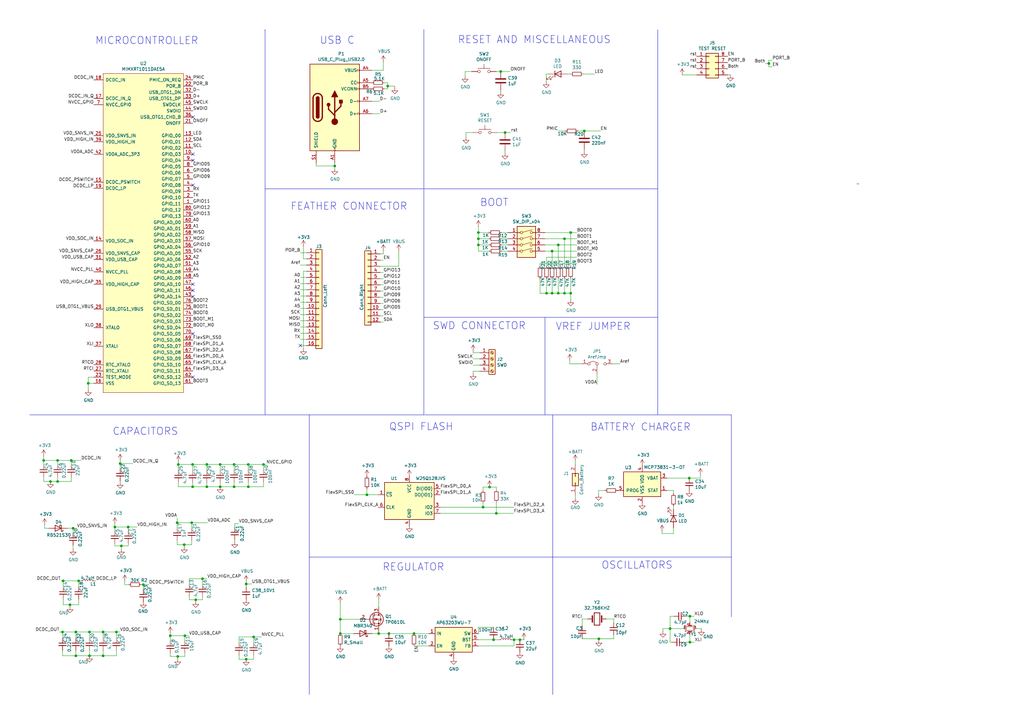
<source format=kicad_sch>
(kicad_sch (version 20230121) (generator eeschema)
  (paper "A3")
  (title_block (title "Bast M7") (date "2020-03-22") (rev "0.1") (company "Electronic Cats") (comment 4 "Andres Sabas"))
  (junction (at 139.573 259.842))
  (junction (at 78.994 199.644))
  (junction (at 228.981 100.457))
  (junction (at 228.981 120.269))
  (junction (at 72.898 269.24))
  (junction (at 207.137 54.356))
  (junction (at 226.441 120.269))
  (junction (at 47.752 259.207))
  (junction (at 139.573 254))
  (junction (at 83.058 237.363))
  (junction (at 96.012 199.644))
  (junction (at 169.799 259.842))
  (junction (at 101.854 190.5))
  (junction (at 31.115 259.207))
  (junction (at 231.521 97.917))
  (junction (at 42.291 268.986))
  (junction (at 137.287 68.072))
  (junction (at 213.233 262.382))
  (junction (at 75.565 223.393))
  (junction (at 28.702 248.031))
  (junction (at 23.622 197.485))
  (junction (at 36.703 268.986))
  (junction (at 196.215 100.457))
  (junction (at 282.956 263.398))
  (junction (at 108.077 190.5))
  (junction (at 196.215 97.917))
  (junction (at 203.581 210.566))
  (junction (at 29.21 188.849))
  (junction (at 36.195 157.226))
  (junction (at 101.854 199.644))
  (junction (at 73.152 190.5))
  (junction (at 47.117 216.154))
  (junction (at 315.341 26.035))
  (junction (at 49.784 223.901))
  (junction (at 231.521 120.269))
  (junction (at 200.787 199.771))
  (junction (at 226.441 102.997))
  (junction (at 198.12 208.026))
  (junction (at 104.013 261.239))
  (junction (at 36.703 259.207))
  (junction (at 29.972 216.662))
  (junction (at 159.004 35.306))
  (junction (at 58.801 239.776))
  (junction (at 205.359 29.337))
  (junction (at 150.495 202.946))
  (junction (at 196.215 95.377))
  (junction (at 239.649 53.721))
  (junction (at 31.115 268.986))
  (junction (at 78.613 214.376))
  (junction (at 52.578 216.154))
  (junction (at 49.276 190.119))
  (junction (at 210.82 262.382))
  (junction (at 155.321 259.842))
  (junction (at 25.654 259.207))
  (junction (at 224.155 120.269))
  (junction (at 69.85 260.731))
  (junction (at 96.012 190.5))
  (junction (at 80.264 245.999))
  (junction (at 234.061 95.377))
  (junction (at 20.701 197.485))
  (junction (at 282.702 196.088))
  (junction (at 78.994 190.5))
  (junction (at 159.512 259.842))
  (junction (at 84.836 190.5))
  (junction (at 17.907 188.849))
  (junction (at 202.438 262.382))
  (junction (at 234.061 120.269))
  (junction (at 32.258 238.252))
  (junction (at 84.836 199.644))
  (junction (at 90.297 190.5))
  (junction (at 75.819 260.731))
  (junction (at 100.965 270.383))
  (junction (at 23.622 188.849))
  (junction (at 100.965 239.522))
  (junction (at 42.291 259.207))
  (junction (at 25.908 238.252))
  (junction (at 90.297 199.644))
  (junction (at 282.956 252.73))
  (junction (at 274.828 257.81))
  (junction (at 72.644 214.376))
  (junction (at 245.618 262.001))
  (no_connect (at 79.121 75.946))
  (no_connect (at 79.121 63.246))
  (no_connect (at 79.121 119.126))
  (no_connect (at 123.19 141.732))
  (no_connect (at 79.121 48.006))
  (no_connect (at 79.121 116.586))
  (no_connect (at 79.121 65.786))
  (no_connect (at 79.121 136.906))
  (no_connect (at 79.121 154.686))
  (no_connect (at 79.121 121.666))
  (wire (pts (xy 56.261 216.154) (xy 52.578 216.154)))
  (wire (pts (xy 228.981 114.3) (xy 228.981 120.269)))
  (wire (pts (xy 226.441 109.22) (xy 226.441 102.997)))
  (polyline (pts (xy 12.192 170.18) (xy 126.873 170.18)))
  (wire (pts (xy 69.85 259.715) (xy 69.85 260.731)))
  (wire (pts (xy 29.972 216.662) (xy 29.972 218.567)))
  (wire (pts (xy 287.274 196.088) (xy 287.274 194.691)))
  (polyline (pts (xy 174.117 170.18) (xy 299.974 170.18)))
  (wire (pts (xy 125.73 103.632) (xy 123.19 103.632)))
  (wire (pts (xy 276.225 201.168) (xy 276.225 202.438)))
  (wire (pts (xy 271.907 257.81) (xy 274.828 257.81)))
  (wire (pts (xy 196.215 97.917) (xy 196.215 100.457)))
  (polyline (pts (xy 173.863 170.18) (xy 173.863 77.724)))
  (wire (pts (xy 313.944 26.035) (xy 315.341 26.035)))
  (wire (pts (xy 225.044 30.353) (xy 224.028 30.353)))
  (wire (pts (xy 161.925 35.306) (xy 159.004 35.306)))
  (wire (pts (xy 198.12 208.026) (xy 210.693 208.026)))
  (wire (pts (xy 25.654 261.747) (xy 25.654 259.207)))
  (wire (pts (xy 155.321 248.92) (xy 155.321 245.872)))
  (wire (pts (xy 194.056 149.733) (xy 196.723 149.733)))
  (wire (pts (xy 150.495 200.406) (xy 150.495 202.946)))
  (wire (pts (xy 150.495 202.946) (xy 145.288 202.946)))
  (wire (pts (xy 125.73 106.172) (xy 124.46 106.172)))
  (wire (pts (xy 25.654 259.207) (xy 31.115 259.207)))
  (wire (pts (xy 244.856 153.035) (xy 244.856 157.734)))
  (wire (pts (xy 23.622 190.627) (xy 23.622 188.849)))
  (wire (pts (xy 73.152 199.644) (xy 78.994 199.644)))
  (wire (pts (xy 235.966 190.373) (xy 235.966 189.103)))
  (wire (pts (xy 78.994 192.913) (xy 78.994 190.5)))
  (wire (pts (xy 38.481 157.226) (xy 36.195 157.226)))
  (wire (pts (xy 125.73 139.192) (xy 123.19 139.192)))
  (wire (pts (xy 196.215 100.457) (xy 196.215 102.997)))
  (wire (pts (xy 155.321 259.842) (xy 155.321 259.08)))
  (wire (pts (xy 155.956 116.84) (xy 157.226 116.84)))
  (wire (pts (xy 245.618 262.001) (xy 251.714 262.001)))
  (wire (pts (xy 103.251 239.522) (xy 100.965 239.522)))
  (wire (pts (xy 83.058 237.363) (xy 83.058 239.649)))
  (wire (pts (xy 274.828 257.81) (xy 274.828 263.398)))
  (wire (pts (xy 101.854 190.5) (xy 101.854 192.786)))
  (wire (pts (xy 200.533 95.377) (xy 196.215 95.377)))
  (wire (pts (xy 42.291 266.827) (xy 42.291 268.986)))
  (wire (pts (xy 194.056 152.273) (xy 194.056 153.162)))
  (wire (pts (xy 42.291 259.207) (xy 47.752 259.207)))
  (wire (pts (xy 104.013 270.383) (xy 104.013 268.732)))
  (wire (pts (xy 282.956 263.398) (xy 282.956 260.35)))
  (wire (pts (xy 32.258 238.252) (xy 33.401 238.252)))
  (wire (pts (xy 51.181 238.379) (xy 51.181 239.776)))
  (polyline (pts (xy 126.873 228.473) (xy 299.974 228.473)))
  (wire (pts (xy 83.058 245.999) (xy 83.058 244.729)))
  (wire (pts (xy 203.581 199.771) (xy 203.581 200.914)))
  (wire (pts (xy 47.117 223.901) (xy 47.117 222.885)))
  (wire (pts (xy 315.341 26.035) (xy 315.341 24.765)))
  (wire (pts (xy 159.004 36.449) (xy 157.607 36.449)))
  (wire (pts (xy 251.714 253.873) (xy 251.714 255.397)))
  (wire (pts (xy 29.972 216.662) (xy 27.686 216.662)))
  (wire (pts (xy 152.527 28.829) (xy 157.226 28.829)))
  (wire (pts (xy 90.297 197.993) (xy 90.297 199.644)))
  (wire (pts (xy 208.28 102.997) (xy 205.74 102.997)))
  (wire (pts (xy 25.654 259.207) (xy 24.384 259.207)))
  (wire (pts (xy 101.854 199.644) (xy 108.077 199.644)))
  (wire (pts (xy 198.12 206.248) (xy 198.12 208.026)))
  (wire (pts (xy 282.956 255.27) (xy 282.956 252.73)))
  (wire (pts (xy 78.994 190.5) (xy 73.152 190.5)))
  (polyline (pts (xy 223.52 130.175) (xy 223.52 170.18)))
  (wire (pts (xy 104.013 261.239) (xy 107.188 261.239)))
  (wire (pts (xy 96.012 190.5) (xy 101.854 190.5)))
  (wire (pts (xy 29.972 225.171) (xy 29.972 223.647)))
  (wire (pts (xy 190.754 29.337) (xy 190.754 31.242)))
  (wire (pts (xy 31.115 266.827) (xy 31.115 268.986)))
  (wire (pts (xy 47.117 216.154) (xy 47.117 214.884)))
  (wire (pts (xy 194.056 144.653) (xy 196.723 144.653)))
  (wire (pts (xy 72.644 214.376) (xy 78.613 214.376)))
  (wire (pts (xy 274.828 252.73) (xy 276.352 252.73)))
  (wire (pts (xy 155.956 129.54) (xy 157.226 129.54)))
  (wire (pts (xy 124.46 111.252) (xy 124.46 143.002)))
  (wire (pts (xy 47.752 259.207) (xy 47.752 261.747)))
  (wire (pts (xy 69.85 262.89) (xy 69.85 260.731)))
  (wire (pts (xy 200.66 102.997) (xy 196.215 102.997)))
  (wire (pts (xy 36.195 157.226) (xy 36.195 159.766)))
  (wire (pts (xy 47.117 216.154) (xy 47.117 217.805)))
  (wire (pts (xy 69.85 267.97) (xy 69.85 269.24)))
  (wire (pts (xy 175.895 259.842) (xy 169.799 259.842)))
  (wire (pts (xy 209.931 262.382) (xy 210.82 262.382)))
  (wire (pts (xy 137.287 68.072) (xy 129.667 68.072)))
  (wire (pts (xy 49.276 188.849) (xy 49.276 190.119)))
  (wire (pts (xy 169.799 259.842) (xy 159.512 259.842)))
  (wire (pts (xy 228.981 100.457) (xy 228.981 109.22)))
  (wire (pts (xy 155.956 127) (xy 157.226 127)))
  (wire (pts (xy 75.565 223.393) (xy 75.565 224.282)))
  (wire (pts (xy 239.649 53.721) (xy 246.253 53.721)))
  (wire (pts (xy 72.898 269.24) (xy 72.898 270.256)))
  (wire (pts (xy 125.73 118.872) (xy 123.19 118.872)))
  (wire (pts (xy 298.45 30.734) (xy 299.593 30.734)))
  (wire (pts (xy 282.956 263.398) (xy 284.861 263.398)))
  (wire (pts (xy 17.907 188.849) (xy 17.907 187.071)))
  (wire (pts (xy 28.702 248.031) (xy 28.702 248.793)))
  (wire (pts (xy 315.341 24.765) (xy 316.738 24.765)))
  (wire (pts (xy 228.981 100.457) (xy 236.601 100.457)))
  (wire (pts (xy 80.264 245.999) (xy 83.058 245.999)))
  (wire (pts (xy 75.819 260.731) (xy 75.819 262.763)))
  (wire (pts (xy 161.925 35.941) (xy 161.925 35.306)))
  (wire (pts (xy 180.594 208.026) (xy 198.12 208.026)))
  (wire (pts (xy 78.613 216.535) (xy 78.613 214.376)))
  (wire (pts (xy 80.264 246.634) (xy 80.264 245.999)))
  (wire (pts (xy 73.152 190.5) (xy 73.152 192.913)))
  (wire (pts (xy 98.044 270.383) (xy 100.965 270.383)))
  (polyline (pts (xy 127 170.18) (xy 173.863 170.18)))
  (wire (pts (xy 36.703 266.827) (xy 36.703 268.986)))
  (wire (pts (xy 159.004 35.306) (xy 159.004 36.449)))
  (wire (pts (xy 157.607 33.909) (xy 159.004 33.909)))
  (wire (pts (xy 159.512 259.842) (xy 155.321 259.842)))
  (wire (pts (xy 235.966 203.073) (xy 235.966 204.343)))
  (wire (pts (xy 78.613 214.376) (xy 85.09 214.376)))
  (wire (pts (xy 193.421 29.337) (xy 190.754 29.337)))
  (wire (pts (xy 100.965 238.633) (xy 100.965 239.522)))
  (wire (pts (xy 315.341 27.432) (xy 316.738 27.432)))
  (wire (pts (xy 231.521 109.093) (xy 231.521 97.917)))
  (wire (pts (xy 129.667 68.072) (xy 129.667 66.929)))
  (wire (pts (xy 223.52 97.917) (xy 231.521 97.917)))
  (wire (pts (xy 29.21 190.627) (xy 29.21 188.849)))
  (wire (pts (xy 248.158 201.168) (xy 245.491 201.168)))
  (wire (pts (xy 69.85 269.24) (xy 72.898 269.24)))
  (wire (pts (xy 58.801 239.776) (xy 58.801 241.808)))
  (polyline (pts (xy 126.873 170.18) (xy 126.873 284.861)))
  (wire (pts (xy 209.296 29.337) (xy 205.359 29.337)))
  (wire (pts (xy 125.73 131.572) (xy 123.19 131.572)))
  (wire (pts (xy 276.225 216.535) (xy 276.225 218.821)))
  (wire (pts (xy 245.618 262.001) (xy 245.618 262.509)))
  (wire (pts (xy 274.828 252.73) (xy 274.828 257.81)))
  (wire (pts (xy 49.784 223.901) (xy 52.578 223.901)))
  (wire (pts (xy 239.141 30.353) (xy 243.84 30.353)))
  (wire (pts (xy 124.46 101.092) (xy 124.46 106.172)))
  (wire (pts (xy 273.558 201.168) (xy 276.225 201.168)))
  (wire (pts (xy 251.714 262.001) (xy 251.714 260.477)))
  (wire (pts (xy 203.581 205.994) (xy 203.581 210.566)))
  (wire (pts (xy 224.155 120.269) (xy 226.441 120.269)))
  (wire (pts (xy 155.956 106.68) (xy 157.226 106.68)))
  (wire (pts (xy 52.578 216.154) (xy 52.578 217.805)))
  (wire (pts (xy 97.917 214.757) (xy 96.266 214.757)))
  (wire (pts (xy 228.854 53.721) (xy 231.902 53.721)))
  (wire (pts (xy 101.854 190.5) (xy 108.077 190.5)))
  (wire (pts (xy 234.061 109.093) (xy 234.061 95.377)))
  (wire (pts (xy 208.28 97.917) (xy 205.613 97.917)))
  (wire (pts (xy 274.828 257.81) (xy 280.416 257.81)))
  (wire (pts (xy 200.533 97.917) (xy 196.215 97.917)))
  (wire (pts (xy 84.836 190.5) (xy 84.836 192.913)))
  (wire (pts (xy 32.258 238.252) (xy 32.258 240.665)))
  (wire (pts (xy 72.644 223.393) (xy 75.565 223.393)))
  (wire (pts (xy 155.956 111.76) (xy 157.226 111.76)))
  (polyline (pts (xy 108.712 170.18) (xy 108.712 12.319)))
  (wire (pts (xy 231.521 120.269) (xy 234.061 120.269)))
  (wire (pts (xy 285.75 30.734) (xy 279.781 30.734)))
  (wire (pts (xy 49.276 190.119) (xy 49.276 192.151)))
  (wire (pts (xy 224.155 105.537) (xy 224.155 109.22)))
  (wire (pts (xy 96.012 190.5) (xy 96.012 192.786)))
  (wire (pts (xy 25.654 268.986) (xy 25.654 266.827)))
  (wire (pts (xy 203.581 210.566) (xy 210.693 210.566)))
  (wire (pts (xy 203.962 54.356) (xy 207.137 54.356)))
  (wire (pts (xy 157.226 104.14) (xy 157.226 102.87)))
  (wire (pts (xy 25.908 240.665) (xy 25.908 238.252)))
  (wire (pts (xy 194.056 144.653) (xy 194.056 144.018)))
  (wire (pts (xy 207.137 62.738) (xy 207.137 61.976)))
  (wire (pts (xy 280.67 263.398) (xy 282.956 263.398)))
  (wire (pts (xy 36.703 261.747) (xy 36.703 259.207)))
  (wire (pts (xy 49.149 259.207) (xy 47.752 259.207)))
  (wire (pts (xy 108.077 190.5) (xy 108.077 192.659)))
  (polyline (pts (xy 269.748 12.192) (xy 269.748 170.053)))
  (polyline (pts (xy 299.974 170.18) (xy 299.974 252.984)))
  (wire (pts (xy 90.297 190.5) (xy 90.297 192.913)))
  (wire (pts (xy 125.73 113.792) (xy 123.19 113.792)))
  (wire (pts (xy 196.215 95.377) (xy 196.215 92.964)))
  (wire (pts (xy 75.565 223.393) (xy 78.613 223.393)))
  (wire (pts (xy 155.956 124.46) (xy 157.226 124.46)))
  (wire (pts (xy 238.76 262.001) (xy 245.618 262.001)))
  (wire (pts (xy 196.215 95.377) (xy 196.215 97.917)))
  (wire (pts (xy 152.527 41.529) (xy 155.702 41.529)))
  (wire (pts (xy 78.994 199.644) (xy 84.836 199.644)))
  (wire (pts (xy 152.527 46.609) (xy 155.829 46.609)))
  (wire (pts (xy 125.73 111.252) (xy 124.46 111.252)))
  (polyline (pts (xy 108.712 77.47) (xy 269.748 77.47)))
  (wire (pts (xy 17.907 190.627) (xy 17.907 188.849)))
  (wire (pts (xy 155.956 121.92) (xy 157.226 121.92)))
  (wire (pts (xy 125.73 126.492) (xy 123.19 126.492)))
  (wire (pts (xy 271.907 257.81) (xy 271.907 258.826)))
  (wire (pts (xy 31.115 261.747) (xy 31.115 259.207)))
  (wire (pts (xy 47.117 223.901) (xy 49.784 223.901)))
  (wire (pts (xy 273.558 196.088) (xy 282.702 196.088)))
  (wire (pts (xy 213.233 262.382) (xy 214.884 262.382)))
  (wire (pts (xy 73.152 197.993) (xy 73.152 199.644)))
  (wire (pts (xy 155.956 114.3) (xy 157.226 114.3)))
  (wire (pts (xy 73.152 189.484) (xy 73.152 190.5)))
  (wire (pts (xy 221.488 108.077) (xy 221.488 109.22)))
  (wire (pts (xy 18.288 215.265) (xy 18.288 216.662)))
  (wire (pts (xy 90.297 199.644) (xy 96.012 199.644)))
  (wire (pts (xy 47.752 268.986) (xy 47.752 266.827)))
  (wire (pts (xy 238.506 149.225) (xy 233.68 149.225)))
  (wire (pts (xy 23.622 188.849) (xy 29.21 188.849)))
  (wire (pts (xy 208.28 95.377) (xy 205.613 95.377)))
  (wire (pts (xy 20.701 197.485) (xy 23.622 197.485)))
  (wire (pts (xy 57.912 239.776) (xy 58.801 239.776)))
  (wire (pts (xy 49.784 223.901) (xy 49.784 225.171)))
  (wire (pts (xy 100.965 270.383) (xy 104.013 270.383)))
  (wire (pts (xy 77.47 260.731) (xy 75.819 260.731)))
  (wire (pts (xy 210.82 262.382) (xy 213.233 262.382)))
  (wire (pts (xy 84.963 237.363) (xy 83.058 237.363)))
  (wire (pts (xy 39.37 238.252) (xy 38.481 238.252)))
  (wire (pts (xy 96.266 214.757) (xy 96.266 216.281)))
  (wire (pts (xy 125.73 141.732) (xy 123.19 141.732)))
  (wire (pts (xy 25.908 245.745) (xy 25.908 248.031)))
  (wire (pts (xy 108.077 199.644) (xy 108.077 197.739)))
  (wire (pts (xy 51.181 239.776) (xy 52.832 239.776)))
  (wire (pts (xy 139.573 254) (xy 139.573 247.269)))
  (wire (pts (xy 285.496 257.81) (xy 287.655 257.81)))
  (wire (pts (xy 224.155 114.3) (xy 224.155 120.269)))
  (wire (pts (xy 72.644 214.376) (xy 72.644 216.535)))
  (wire (pts (xy 231.521 97.917) (xy 236.601 97.917)))
  (wire (pts (xy 100.965 239.522) (xy 100.965 240.792)))
  (wire (pts (xy 98.044 263.652) (xy 98.044 261.239)))
  (wire (pts (xy 233.68 149.225) (xy 233.68 147.828)))
  (polyline (pts (xy 173.863 77.47) (xy 173.863 12.065)))
  (wire (pts (xy 72.898 269.24) (xy 75.819 269.24)))
  (wire (pts (xy 42.291 261.747) (xy 42.291 259.207)))
  (wire (pts (xy 198.12 201.168) (xy 198.12 199.771)))
  (wire (pts (xy 157.226 28.829) (xy 157.226 25.4)))
  (wire (pts (xy 77.597 245.999) (xy 80.264 245.999)))
  (wire (pts (xy 77.597 244.729) (xy 77.597 245.999)))
  (wire (pts (xy 139.573 259.842) (xy 139.573 254)))
  (wire (pts (xy 196.723 152.273) (xy 194.056 152.273)))
  (wire (pts (xy 223.52 100.457) (xy 228.981 100.457)))
  (polyline (pts (xy 108.712 12.319) (xy 108.458 12.319)))
  (wire (pts (xy 282.956 252.73) (xy 284.734 252.73)))
  (wire (pts (xy 238.76 253.873) (xy 238.76 256.667)))
  (wire (pts (xy 137.287 66.929) (xy 137.287 68.072)))
  (wire (pts (xy 78.613 223.393) (xy 78.613 221.615)))
  (wire (pts (xy 231.521 114.173) (xy 231.521 120.269)))
  (wire (pts (xy 98.044 261.239) (xy 104.013 261.239)))
  (wire (pts (xy 155.956 132.08) (xy 157.226 132.08)))
  (wire (pts (xy 147.701 254) (xy 139.573 254)))
  (wire (pts (xy 228.981 120.269) (xy 231.521 120.269)))
  (wire (pts (xy 196.215 264.922) (xy 210.82 264.922)))
  (wire (pts (xy 224.028 30.353) (xy 224.028 33.528)))
  (wire (pts (xy 84.836 197.993) (xy 84.836 199.644)))
  (wire (pts (xy 125.73 134.112) (xy 123.19 134.112)))
  (wire (pts (xy 25.908 238.252) (xy 32.258 238.252)))
  (wire (pts (xy 38.481 154.686) (xy 36.195 154.686)))
  (wire (pts (xy 125.73 129.032) (xy 123.19 129.032)))
  (wire (pts (xy 214.884 262.382) (xy 214.884 262.255)))
  (wire (pts (xy 31.115 259.207) (xy 36.703 259.207)))
  (wire (pts (xy 42.291 268.986) (xy 47.752 268.986)))
  (wire (pts (xy 52.578 223.901) (xy 52.578 222.885)))
  (wire (pts (xy 254.254 149.225) (xy 251.206 149.225)))
  (wire (pts (xy 282.702 196.088) (xy 287.274 196.088)))
  (wire (pts (xy 238.76 261.747) (xy 238.76 262.001)))
  (wire (pts (xy 75.819 269.24) (xy 75.819 267.843)))
  (wire (pts (xy 77.597 237.363) (xy 83.058 237.363)))
  (wire (pts (xy 36.195 154.686) (xy 36.195 157.226)))
  (wire (pts (xy 287.655 257.81) (xy 287.655 258.064)))
  (wire (pts (xy 29.21 197.485) (xy 29.21 195.707)))
  (wire (pts (xy 31.115 268.986) (xy 36.703 268.986)))
  (wire (pts (xy 159.004 33.909) (xy 159.004 35.306)))
  (wire (pts (xy 180.594 210.566) (xy 203.581 210.566)))
  (wire (pts (xy 104.013 261.239) (xy 104.013 263.652)))
  (wire (pts (xy 210.82 264.922) (xy 210.82 262.382)))
  (wire (pts (xy 221.488 114.3) (xy 221.488 120.269)))
  (wire (pts (xy 125.73 123.952) (xy 123.19 123.952)))
  (wire (pts (xy 198.12 199.771) (xy 200.787 199.771)))
  (wire (pts (xy 54.483 190.119) (xy 49.276 190.119)))
  (wire (pts (xy 205.74 100.457) (xy 208.28 100.457)))
  (wire (pts (xy 248.666 253.873) (xy 251.714 253.873)))
  (wire (pts (xy 17.907 188.849) (xy 23.622 188.849)))
  (wire (pts (xy 196.215 257.302) (xy 202.438 257.302)))
  (wire (pts (xy 36.703 268.986) (xy 42.291 268.986)))
  (wire (pts (xy 207.137 54.356) (xy 209.55 54.356)))
  (wire (pts (xy 155.956 109.22) (xy 163.576 109.22)))
  (wire (pts (xy 145.034 259.842) (xy 139.573 259.842)))
  (wire (pts (xy 239.649 62.103) (xy 239.649 61.341)))
  (wire (pts (xy 282.956 252.73) (xy 281.432 252.73)))
  (wire (pts (xy 98.044 268.732) (xy 98.044 270.383)))
  (polyline (pts (xy 352.298 75.438) (xy 351.409 75.438)))
  (wire (pts (xy 20.066 216.662) (xy 18.288 216.662)))
  (wire (pts (xy 203.581 29.337) (xy 205.359 29.337)))
  (wire (pts (xy 36.703 259.207) (xy 42.291 259.207)))
  (wire (pts (xy 169.799 264.922) (xy 175.895 264.922)))
  (wire (pts (xy 200.66 100.457) (xy 196.215 100.457)))
  (wire (pts (xy 29.972 216.662) (xy 31.496 216.662)))
  (wire (pts (xy 29.21 188.849) (xy 33.274 188.849)))
  (wire (pts (xy 193.802 54.356) (xy 191.135 54.356)))
  (wire (pts (xy 236.601 108.077) (xy 221.488 108.077)))
  (wire (pts (xy 32.258 248.031) (xy 32.258 245.745)))
  (polyline (pts (xy 226.695 170.18) (xy 226.695 284.861)))
  (wire (pts (xy 72.644 212.344) (xy 72.644 214.376)))
  (wire (pts (xy 155.956 119.38) (xy 157.226 119.38)))
  (wire (pts (xy 23.622 197.485) (xy 29.21 197.485)))
  (wire (pts (xy 77.597 237.363) (xy 77.597 239.649)))
  (wire (pts (xy 47.117 216.154) (xy 52.578 216.154)))
  (wire (pts (xy 101.854 197.866) (xy 101.854 199.644)))
  (wire (pts (xy 234.061 114.173) (xy 234.061 120.269)))
  (wire (pts (xy 223.52 95.377) (xy 234.061 95.377)))
  (wire (pts (xy 90.297 190.5) (xy 96.012 190.5)))
  (wire (pts (xy 125.73 136.652) (xy 123.19 136.652)))
  (polyline (pts (xy 173.863 130.175) (xy 269.748 130.175)))
  (wire (pts (xy 23.622 195.707) (xy 23.622 197.485)))
  (wire (pts (xy 276.225 218.821) (xy 271.526 218.821)))
  (wire (pts (xy 223.52 102.997) (xy 226.441 102.997)))
  (wire (pts (xy 196.215 262.382) (xy 202.438 262.382)))
  (wire (pts (xy 226.441 114.3) (xy 226.441 120.269)))
  (wire (pts (xy 28.702 248.031) (xy 32.258 248.031)))
  (polyline (pts (xy 133.731 407.924) (xy 133.35 407.924)))
  (wire (pts (xy 196.723 147.193) (xy 194.056 147.193)))
  (wire (pts (xy 72.644 221.615) (xy 72.644 223.393)))
  (wire (pts (xy 58.801 239.776) (xy 61.087 239.776)))
  (wire (pts (xy 202.438 262.382) (xy 204.851 262.382)))
  (wire (pts (xy 17.907 195.707) (xy 17.907 197.485)))
  (wire (pts (xy 137.287 68.072) (xy 137.287 69.088)))
  (wire (pts (xy 315.341 26.035) (xy 315.341 27.432)))
  (wire (pts (xy 25.908 238.252) (xy 24.892 238.252)))
  (wire (pts (xy 226.441 120.269) (xy 228.981 120.269)))
  (wire (pts (xy 125.73 108.712) (xy 123.19 108.712)))
  (wire (pts (xy 96.012 199.644) (xy 101.854 199.644)))
  (wire (pts (xy 69.85 260.731) (xy 75.819 260.731)))
  (wire (pts (xy 234.061 120.269) (xy 234.061 122.936)))
  (wire (pts (xy 163.576 102.87) (xy 163.576 109.22)))
  (wire (pts (xy 239.649 53.721) (xy 236.982 53.721)))
  (wire (pts (xy 96.266 221.361) (xy 96.266 222.123)))
  (wire (pts (xy 84.836 190.5) (xy 90.297 190.5)))
  (wire (pts (xy 78.994 197.993) (xy 78.994 199.644)))
  (wire (pts (xy 109.22 190.5) (xy 108.077 190.5)))
  (wire (pts (xy 234.061 95.377) (xy 236.601 95.377)))
  (wire (pts (xy 224.155 105.537) (xy 236.601 105.537)))
  (wire (pts (xy 155.321 259.842) (xy 152.654 259.842)))
  (wire (pts (xy 241.046 253.873) (xy 238.76 253.873)))
  (wire (pts (xy 226.441 102.997) (xy 236.601 102.997)))
  (wire (pts (xy 274.828 263.398) (xy 275.59 263.398)))
  (wire (pts (xy 221.488 120.269) (xy 224.155 120.269)))
  (wire (pts (xy 205.359 36.957) (xy 205.359 37.719)))
  (wire (pts (xy 155.956 104.14) (xy 157.226 104.14)))
  (wire (pts (xy 276.225 207.518) (xy 276.225 208.915)))
  (wire (pts (xy 49.276 197.739) (xy 49.276 197.231)))
  (wire (pts (xy 78.994 190.5) (xy 84.836 190.5)))
  (wire (pts (xy 25.908 248.031) (xy 28.702 248.031)))
  (wire (pts (xy 196.215 259.842) (xy 196.215 257.302)))
  (wire (pts (xy 84.836 199.644) (xy 90.297 199.644)))
  (wire (pts (xy 17.907 197.485) (xy 20.701 197.485)))
  (wire (pts (xy 96.012 197.866) (xy 96.012 199.644)))
  (wire (pts (xy 200.787 199.771) (xy 203.581 199.771)))
  (wire (pts (xy 125.73 116.332) (xy 123.19 116.332)))
  (wire (pts (xy 271.526 218.821) (xy 271.526 217.932)))
  (wire (pts (xy 25.654 268.986) (xy 31.115 268.986)))
  (wire (pts (xy 125.73 121.412) (xy 123.19 121.412)))
  (wire (pts (xy 234.061 30.353) (xy 232.664 30.353)))
  (wire (pts (xy 245.491 201.168) (xy 245.491 202.692)))
  (wire (pts (xy 191.135 54.356) (xy 191.135 56.261)))
  (wire (pts (xy 155.194 202.946) (xy 150.495 202.946)))
  (text "BOOT\n" (at 196.85 84.963 0) (effects (font (size 2.9972 2.9972)) (justify left bottom)))
  (text "FEATHER CONNECTOR" (at 119.126 86.487 0) (effects (font (size 2.9972 2.9972)) (justify left bottom)))
  (text "REGULATOR" (at 156.845 234.442 0) (effects (font (size 2.9972 2.9972)) (justify left bottom)))
  (text "RESET AND MISCELLANEOUS" (at 187.706 18.161 0) (effects (font (size 2.9972 2.9972)) (justify left bottom)))
  (text "USB C" (at 131.064 18.415 0) (effects (font (size 2.9972 2.9972)) (justify left bottom)))
  (text "CAPACITORS\n" (at 46.101 178.816 0) (effects (font (size 2.9972 2.9972)) (justify left bottom)))
  (text "BATTERY CHARGER" (at 242.062 177.038 0) (effects (font (size 2.9972 2.9972)) (justify left bottom)))
  (text "QSPI FLASH" (at 159.512 176.911 0) (effects (font (size 2.9972 2.9972)) (justify left bottom)))
  (text "OSCILLATORS" (at 246.634 233.68 0) (effects (font (size 2.9972 2.9972)) (justify left bottom)))
  (text "SWD CONNECTOR" (at 177.419 135.509 0) (effects (font (size 2.9972 2.9972)) (justify left bottom)))
  (text "VREF JUMPER\n" (at 227.838 135.763 0) (effects (font (size 2.9972 2.9972)) (justify left bottom)))
  (text "MICROCONTROLLER\n" (at 38.989 18.542 0) (effects (font (size 2.9972 2.9972)) (justify left bottom)))
  (label "GPIO09" (at 157.226 121.92 0))
  (label "A5" (at 123.19 126.492 180))
  (label "BOOT2" (at 236.601 105.537 0))
  (label "TX" (at 79.121 81.026 0))
  (label "GPIO06" (at 157.226 124.46 0))
  (label "VDD_SOC_IN" (at 49.149 259.207 0))
  (label "rst" (at 285.75 28.194 180))
  (label "MISO" (at 79.121 96.266 0))
  (label "A4" (at 123.19 123.952 180))
  (label "DCDC_IN" (at 38.481 32.766 180))
  (label "EN" (at 157.226 106.68 0))
  (label "TX" (at 123.19 139.192 180))
  (label "rst" (at 285.75 23.114 180))
  (label "A2" (at 123.19 118.872 180))
  (label "VDD_HIGH_IN" (at 38.481 58.166 180))
  (label "FlexSPI_D1_A" (at 180.594 202.946 0))
  (label "EN" (at 316.738 27.432 0))
  (label "GPIO05" (at 79.121 68.326 0))
  (label "D+" (at 79.121 40.386 0))
  (label "GPIO13" (at 79.121 88.646 0))
  (label "BOOT0" (at 79.121 129.286 0))
  (label "POR_B" (at 79.121 35.306 0))
  (label "RTCO" (at 38.481 149.606 180))
  (label "FlexSPI_SS0" (at 79.121 139.446 0))
  (label "BOOT1" (at 236.601 97.917 0))
  (label "GPIO12" (at 79.121 86.106 0))
  (label "GPIO10" (at 79.121 101.346 0))
  (label "FlexSPI_CLK_A" (at 155.194 208.026 180))
  (label "SWDIO" (at 79.121 45.466 0))
  (label "VDD_SNVS_IN" (at 31.496 216.662 0))
  (label "RTCI" (at 38.481 152.146 180))
  (label "FlexSPI_D3_A" (at 210.693 210.566 0))
  (label "D+" (at 155.829 46.609 0))
  (label "DCDC_OUT" (at 24.892 238.252 180))
  (label "A5" (at 79.121 114.046 0))
  (label "VDD_HIGH_IN" (at 56.261 216.154 0))
  (label "BOOT_M0" (at 79.121 134.366 0))
  (label "FlexSPI_D3_A" (at 79.121 152.146 0))
  (label "Aref" (at 123.19 108.712 180))
  (label "DCDC_IN_Q" (at 54.483 190.119 0))
  (label "VDD_SNVS_IN" (at 38.481 55.626 180))
  (label "A1" (at 123.19 116.332 180))
  (label "XLO" (at 38.481 134.366 180))
  (label "NVCC_GPIO" (at 38.481 42.926 180))
  (label "FlexSPI_D0_A" (at 180.594 200.406 0))
  (label "NVCC_PLL" (at 107.188 261.239 0))
  (label "SWDIO" (at 194.056 149.733 180))
  (label "SCL" (at 79.121 60.706 0))
  (label "NVCC_PLL" (at 38.481 111.506 180))
  (label "GPIO05" (at 157.226 127 0))
  (label "BOOT1" (at 79.121 126.746 0))
  (label "DCDC_IN_Q" (at 38.481 40.386 180))
  (label "MOSI" (at 79.121 98.806 0))
  (label "Both" (at 298.45 28.194 0))
  (label "DCDC_OUT" (at 24.384 259.207 180))
  (label "A2" (at 79.121 106.426 0))
  (label "D-" (at 155.702 41.529 0))
  (label "ONOFF" (at 209.296 29.337 0))
  (label "LED" (at 79.121 55.626 0))
  (label "BOOT0" (at 236.601 95.377 0))
  (label "VDDA_ADC" (at 85.09 214.376 0))
  (label "BOOT_M1" (at 236.601 100.457 0))
  (label "EN" (at 246.253 53.721 0))
  (label "NVCC_GPIO" (at 109.22 190.5 0))
  (label "A3" (at 123.19 121.412 180))
  (label "BOOT2" (at 79.121 124.206 0))
  (label "SDA" (at 157.226 132.08 0))
  (label "USB_OTG1_VBUS" (at 103.251 239.522 0))
  (label "VDD_HIGH_CAP" (at 84.963 237.363 0))
  (label "PORT_B" (at 298.45 25.654 0))
  (label "GPIO06" (at 79.121 70.866 0))
  (label "D-" (at 79.121 37.846 0))
  (label "MISO" (at 123.19 134.112 180))
  (label "VDDA" (at 72.644 212.344 180))
  (label "ONOFF" (at 79.121 50.546 0))
  (label "FlexSPI_D1_A" (at 79.121 141.986 0))
  (label "GPIO11" (at 157.226 116.84 0))
  (label "PMIC" (at 228.854 53.721 180))
  (label "RX" (at 79.121 78.486 0))
  (label "VDD_HIGH_CAP" (at 38.481 116.586 180))
  (label "RTCI" (at 238.76 253.873 180))
  (label "SWCLK" (at 79.121 42.926 0))
  (label "FlexSPI_D2_A" (at 210.693 208.026 0))
  (label "XLI" (at 38.481 141.986 180))
  (label "FlexSPI_D2_A" (at 79.121 144.526 0))
  (label "FlexSPI_CLK_A" (at 79.121 149.606 0))
  (label "DCDC_LP" (at 38.481 77.216 180))
  (label "VDDA" (at 244.856 157.734 180))
  (label "rst" (at 285.75 25.654 180))
  (label "DCDC_PSWITCH" (at 61.087 239.776 0))
  (label "XLO" (at 284.734 252.73 0))
  (label "PORT_B" (at 316.738 24.765 0))
  (label "VDD_USB_CAP" (at 77.47 260.731 0))
  (label "A1" (at 79.121 93.726 0))
  (label "GPIO10" (at 157.226 119.38 0))
  (label "DCDC_IN" (at 33.274 188.849 0))
  (label "BOOT3" (at 236.601 108.077 0))
  (label "DCDC_LP" (at 39.37 238.252 0))
  (label "VDDA_ADC" (at 38.481 63.246 180))
  (label "VDD_SOC_IN" (at 38.481 98.806 180))
  (label "VDD_SNVS_CAP" (at 38.481 103.886 180))
  (label "RTCO" (at 251.714 253.873 0))
  (label "GPIO09" (at 79.121 73.406 0))
  (label "DCDC_PSWITCH" (at 38.481 74.676 180))
  (label "SCK" (at 79.121 103.886 0))
  (label "RX" (at 123.19 136.652 180))
  (label "A4" (at 79.121 111.506 0))
  (label "rst" (at 209.55 54.356 0))
  (label "GPIO13" (at 157.226 111.76 0))
  (label "SDA" (at 79.121 58.166 0))
  (label "LED" (at 243.84 30.353 0))
  (label "BOOT_M1" (at 79.121 131.826 0))
  (label "GPIO11" (at 79.121 83.566 0))
  (label "FlexSPI_SS0" (at 145.288 202.946 180))
  (label "SCK" (at 123.19 129.032 180))
  (label "VDD_SNVS_CAP" (at 97.917 214.757 0))
  (label "Both" (at 313.944 26.035 180))
  (label "MOSI" (at 123.19 131.572 180))
  (label "VDD_USB_CAP" (at 38.481 106.426 180))
  (label "BOOT_M0" (at 236.601 102.997 0))
  (label "EN" (at 171.831 264.922 270))
  (label "A0" (at 123.19 113.792 180))
  (label "USB_OTG1_VBUS" (at 38.481 126.746 180))
  (label "PMIC" (at 79.121 32.766 0))
  (label "POR_B" (at 123.19 103.632 180))
  (label "EN" (at 298.45 23.114 0))
  (label "SCL" (at 157.226 129.54 0))
  (label "A0" (at 79.121 91.186 0))
  (label "SWCLK" (at 194.056 147.193 180))
  (label "BOOT3" (at 79.121 157.226 0))
  (label "A3" (at 79.121 108.966 0))
  (label "GPIO12" (at 157.226 114.3 0))
  (label "XLI" (at 284.861 263.398 0))
  (label "FlexSPI_D0_A" (at 79.121 147.066 0))
  (label "Aref" (at 254.254 149.225 0))
  (symbol (lib_id "power:GND") (at 235.966 204.343 0) (unit 1)
    (property "Reference" "#PWR0101" (effects hide))
    (property "Value" "GND" (at 235.966 208.153 0))
  )
  (symbol (lib_id "power:+BATT") (at 235.966 189.103 0) (unit 1)
    (property "Reference" "#PWR0102" (effects hide))
    (property "Value" "+BATT" (at 235.966 185.293 0))
  )
  (symbol (lib_id "Connector_Generic:Conn_02x01") (at 235.966 197.993 90) (unit 1)
    (property "Reference" "J1" (at 233.426 194.183 90) (effects (justify left)))
    (property "Value" "Conn_Battery" (at 238.506 196.723 0))
    (property "Footprint" "Connector_JST:JST_PH_B2B-PH-SM4-TB_1x02-1MP_P2.00mm_Vertical" (effects hide))
  )
  (symbol (lib_id "Connector_Generic:Conn_01x12") (at 150.876 116.84 0) (mirror y) (unit 1)
    (property "Reference" "J4" (at 150.876 101.6 0))
    (property "Value" "Conn_Right" (at 148.336 121.92 90))
    (property "Footprint" "Connector_PinSocket_2.54mm:PinSocket_1x12_P2.54mm_Vertical" (effects hide))
  )
  (symbol (lib_id "Connector_Generic:Conn_01x16") (at 130.81 121.412 0) (unit 1)
    (property "Reference" "J3" (at 130.81 101.092 0))
    (property "Value" "Conn_Left" (at 133.35 121.412 90))
    (property "Footprint" "Connector_PinSocket_2.54mm:PinSocket_1x16_P2.54mm_Vertical" (effects hide))
  )
  (symbol (lib_id "power:+BATT") (at 157.226 102.87 0) (unit 1)
    (property "Reference" "#PWR0103" (effects hide))
    (property "Value" "+BATT" (at 157.226 99.06 0))
  )
  (symbol (lib_id "power:VBUS") (at 163.576 102.87 0) (unit 1)
    (property "Reference" "#PWR0104" (effects hide))
    (property "Value" "VBUS" (at 163.576 99.06 0))
  )
  (symbol (lib_id "Bast-M7-rescue:+3.3V-power") (at 124.46 101.092 0) (unit 1)
    (property "Reference" "#PWR0107" (effects hide))
    (property "Value" "+3.3V" (at 124.46 97.282 0))
  )
  (symbol (lib_id "power:GND") (at 124.46 143.002 0) (unit 1)
    (property "Reference" "#PWR0108" (effects hide))
    (property "Value" "GND" (at 124.46 146.812 0))
  )
  (symbol (lib_id "Bast-M7-rescue:MIMXRT1011DAE5A-MCU_NXP_RT-Bast-M7-rescue") (at 57.531 94.996 0) (unit 1)
    (property "Reference" "U2" (at 58.801 26.035 0))
    (property "Value" "MIMXRT1011DAE5A" (at 58.801 28.3464 0))
    (property "Footprint" "Package_QFP:TQFP-80_12x12mm_P0.5mm" (effects hide))
  )
  (symbol (lib_id "power:GND") (at 36.195 159.766 0) (unit 1)
    (property "Reference" "#PWR0105" (effects hide))
    (property "Value" "GND" (at 36.322 164.1602 0))
  )
  (symbol (lib_id "Device:C_Small") (at 83.058 242.189 0) (unit 1)
    (property "Reference" "C16" (at 84.074 241.554 90) (effects (justify left)))
    (property "Value" "0.22uF" (at 85.725 245.491 90) (effects (justify left)))
  )
  (symbol (lib_id "Device:C_Small") (at 77.597 242.189 0) (unit 1)
    (property "Reference" "C13" (at 78.613 241.554 90) (effects (justify left)))
    (property "Value" "4.7uF" (at 80.264 244.856 90) (effects (justify left)))
  )
  (symbol (lib_id "power:GND") (at 80.264 246.634 0) (unit 1)
    (property "Reference" "#PWR0106" (effects hide))
    (property "Value" "GND" (at 80.391 251.0282 0))
  )
  (symbol (lib_id "Device:C_Small") (at 78.613 219.075 0) (unit 1)
    (property "Reference" "C21" (at 79.756 218.44 90) (effects (justify left)))
    (property "Value" "0.22uF" (at 81.407 222.25 90) (effects (justify left)))
  )
  (symbol (lib_id "Device:C_Small") (at 72.644 219.075 0) (unit 1)
    (property "Reference" "C17" (at 73.787 218.44 90) (effects (justify left)))
    (property "Value" "1uF" (at 75.438 220.472 90) (effects (justify left)))
  )
  (symbol (lib_id "Device:C_Small") (at 29.972 221.107 0) (unit 1)
    (property "Reference" "C20" (at 31.115 220.599 90) (effects (justify left)))
    (property "Value" "0.22uF" (at 32.893 224.282 90) (effects (justify left)))
  )
  (symbol (lib_id "Device:C_Small") (at 52.578 220.345 0) (unit 1)
    (property "Reference" "C7" (at 53.594 219.583 90) (effects (justify left)))
    (property "Value" "0.22uF" (at 55.118 223.139 90) (effects (justify left)))
  )
  (symbol (lib_id "Device:C_Small") (at 47.117 220.345 0) (unit 1)
    (property "Reference" "C5" (at 48.133 219.583 90) (effects (justify left)))
    (property "Value" "4.7uF" (at 49.784 222.504 90) (effects (justify left)))
  )
  (symbol (lib_id "Device:C_Small") (at 25.654 264.287 0) (unit 1)
    (property "Reference" "C24" (at 26.797 263.525 90) (effects (justify left)))
    (property "Value" "0.22uF" (at 28.448 267.462 90) (effects (justify left)))
  )
  (symbol (lib_id "Device:C_Small") (at 47.752 264.287 0) (unit 1)
    (property "Reference" "C26" (at 48.895 263.652 90) (effects (justify left)))
    (property "Value" "0.22uF" (at 50.419 267.081 90) (effects (justify left)))
  )
  (symbol (lib_id "Device:C_Small") (at 42.291 264.287 0) (unit 1)
    (property "Reference" "C28" (at 43.434 263.525 90) (effects (justify left)))
    (property "Value" "4.7uF" (at 44.958 266.446 90) (effects (justify left)))
  )
  (symbol (lib_id "Device:C_Small") (at 36.703 264.287 0) (unit 1)
    (property "Reference" "C30" (at 37.846 263.525 90) (effects (justify left)))
    (property "Value" "0.22uF" (at 39.37 267.462 90) (effects (justify left)))
  )
  (symbol (lib_id "Device:C_Small") (at 31.115 264.287 0) (unit 1)
    (property "Reference" "C32" (at 32.258 263.525 90) (effects (justify left)))
    (property "Value" "0.22uF" (at 33.782 267.589 90) (effects (justify left)))
  )
  (symbol (lib_id "Device:C_Small") (at 104.013 266.192 0) (unit 1)
    (property "Reference" "C19" (at 105.156 265.43 90) (effects (justify left)))
    (property "Value" "4.7uF" (at 106.807 268.732 90) (effects (justify left)))
  )
  (symbol (lib_id "Device:C_Small") (at 98.044 266.192 0) (unit 1)
    (property "Reference" "C15" (at 99.187 265.557 90) (effects (justify left)))
    (property "Value" "0.22uF" (at 100.838 269.494 90) (effects (justify left)))
  )
  (symbol (lib_id "Device:C_Small") (at 96.266 218.821 0) (unit 1)
    (property "Reference" "C1" (at 97.409 218.186 90) (effects (justify left)))
    (property "Value" "0.22uF" (at 99.314 222.123 90) (effects (justify left)))
  )
  (symbol (lib_id "power:GND") (at 96.266 222.123 0) (unit 1)
    (property "Reference" "#PWR0109" (effects hide))
    (property "Value" "GND" (at 96.393 226.5172 0))
  )
  (symbol (lib_id "power:GND") (at 100.965 270.383 0) (unit 1)
    (property "Reference" "#PWR0110" (effects hide))
    (property "Value" "GND" (at 101.092 274.7772 0))
  )
  (symbol (lib_id "power:GND") (at 75.565 224.282 0) (unit 1)
    (property "Reference" "#PWR0111" (effects hide))
    (property "Value" "GND" (at 75.692 228.6762 0))
  )
  (symbol (lib_id "power:GND") (at 29.972 225.171 0) (unit 1)
    (property "Reference" "#PWR0113" (effects hide))
    (property "Value" "GND" (at 30.099 229.5652 0))
  )
  (symbol (lib_id "power:GND") (at 49.784 225.171 0) (unit 1)
    (property "Reference" "#PWR0114" (effects hide))
    (property "Value" "GND" (at 49.784 228.6 0))
  )
  (symbol (lib_id "Device:L_Small") (at 35.941 238.252 90) (unit 1)
    (property "Reference" "L1" (at 38.227 239.522 90))
    (property "Value" "4.7uH" (at 35.941 236.982 90))
  )
  (symbol (lib_id "Device:C_Small") (at 25.908 243.205 0) (unit 1)
    (property "Reference" "C14" (at 26.924 242.443 90) (effects (justify left)))
    (property "Value" "0.22uF" (at 28.575 246.507 90) (effects (justify left)))
  )
  (symbol (lib_id "power:GND") (at 28.702 248.793 0) (unit 1)
    (property "Reference" "#PWR0115" (effects hide))
    (property "Value" "GND" (at 26.162 251.333 0))
  )
  (symbol (lib_id "Device:R_Small") (at 55.372 239.776 270) (unit 1)
    (property "Reference" "R2" (at 59.182 237.998 90))
    (property "Value" "30K" (at 55.372 237.998 90))
  )
  (symbol (lib_id "Device:C_Small") (at 58.801 244.348 0) (unit 1)
    (property "Reference" "C23" (at 59.817 243.713 90) (effects (justify left)))
    (property "Value" "0.22uF" (at 61.468 247.142 90) (effects (justify left)))
  )
  (symbol (lib_id "power:GND") (at 58.801 246.888 0) (unit 1)
    (property "Reference" "#PWR0116" (effects hide))
    (property "Value" "GND" (at 58.674 250.698 0))
  )
  (symbol (lib_id "power:+3V3") (at 51.181 238.379 0) (unit 1)
    (property "Reference" "#PWR0117" (effects hide))
    (property "Value" "+3V3" (at 51.562 233.9848 0))
  )
  (symbol (lib_id "Device:C_Small") (at 29.21 193.167 0) (unit 1)
    (property "Reference" "C10" (at 30.226 192.659 90) (effects (justify left)))
    (property "Value" "22uF" (at 31.877 195.199 90) (effects (justify left)))
  )
  (symbol (lib_id "Device:C_Small") (at 23.622 193.167 0) (unit 1)
    (property "Reference" "C6" (at 24.765 192.405 90) (effects (justify left)))
    (property "Value" "0.22uF" (at 26.289 196.215 90) (effects (justify left)))
  )
  (symbol (lib_id "Device:C_Small") (at 17.907 193.167 0) (unit 1)
    (property "Reference" "C4" (at 19.05 192.405 90) (effects (justify left)))
    (property "Value" "4.7uF" (at 20.701 195.834 90) (effects (justify left)))
  )
  (symbol (lib_id "power:GND") (at 20.701 197.485 0) (unit 1)
    (property "Reference" "#PWR0118" (effects hide))
    (property "Value" "GND" (at 20.828 201.8792 0))
  )
  (symbol (lib_id "power:+3V3") (at 17.907 187.071 0) (unit 1)
    (property "Reference" "#PWR0119" (effects hide))
    (property "Value" "+3V3" (at 18.288 182.6768 0))
  )
  (symbol (lib_id "Device:C_Small") (at 49.276 194.691 0) (unit 1)
    (property "Reference" "C22" (at 50.419 194.056 90) (effects (justify left)))
    (property "Value" "0.22uF" (at 52.07 197.866 90) (effects (justify left)))
  )
  (symbol (lib_id "power:+3V3") (at 49.276 188.849 0) (unit 1)
    (property "Reference" "#PWR0120" (effects hide))
    (property "Value" "+3V3" (at 49.657 184.4548 0))
  )
  (symbol (lib_id "power:GND") (at 49.276 197.739 0) (unit 1)
    (property "Reference" "#PWR0121" (effects hide))
    (property "Value" "GND" (at 49.403 202.1332 0))
  )
  (symbol (lib_id "Device:C_Small") (at 73.152 195.453 0) (unit 1)
    (property "Reference" "C25" (at 74.168 194.818 90) (effects (justify left)))
    (property "Value" "4.7uF" (at 75.819 198.501 90) (effects (justify left)))
  )
  (symbol (lib_id "Device:C_Small") (at 78.994 195.453 0) (unit 1)
    (property "Reference" "C27" (at 80.264 194.818 90) (effects (justify left)))
    (property "Value" "4.7uF" (at 81.915 198.628 90) (effects (justify left)))
  )
  (symbol (lib_id "Device:C_Small") (at 84.836 195.453 0) (unit 1)
    (property "Reference" "C29" (at 85.852 194.818 90) (effects (justify left)))
    (property "Value" "4.7uF" (at 87.503 197.993 90) (effects (justify left)))
  )
  (symbol (lib_id "Device:C_Small") (at 90.297 195.453 0) (unit 1)
    (property "Reference" "C31" (at 91.567 194.691 90) (effects (justify left)))
    (property "Value" "100nF" (at 93.218 198.501 90) (effects (justify left)))
  )
  (symbol (lib_id "Device:C_Small") (at 96.012 195.326 0) (unit 1)
    (property "Reference" "C33" (at 97.155 194.691 90) (effects (justify left)))
    (property "Value" "100nF" (at 98.806 198.374 90) (effects (justify left)))
  )
  (symbol (lib_id "power:+3V3") (at 73.152 189.484 0) (unit 1)
    (property "Reference" "#PWR0122" (effects hide))
    (property "Value" "+3V3" (at 73.66 185.928 0))
  )
  (symbol (lib_id "Device:Crystal_GND24_Small") (at 282.956 257.81 270) (unit 1)
    (property "Reference" "Y1" (at 283.21 260.096 90) (effects (justify left)))
    (property "Value" "24Mhz" (at 284.607 254.889 90) (effects (justify left)))
  )
  (symbol (lib_id "Device:C_Small") (at 278.892 252.73 270) (unit 1)
    (property "Reference" "C2" (at 279.654 251.714 90) (effects (justify left)))
    (property "Value" "4.7pF" (at 276.352 255.27 90) (effects (justify left)))
  )
  (symbol (lib_id "Device:C_Small") (at 278.13 263.398 270) (unit 1)
    (property "Reference" "C9" (at 279.019 264.414 90) (effects (justify left)))
    (property "Value" "4.7pF" (at 276.225 260.604 90) (effects (justify left)))
  )
  (symbol (lib_id "power:GND") (at 271.907 258.826 0) (unit 1)
    (property "Reference" "#PWR0123" (effects hide))
    (property "Value" "GND" (at 272.034 263.2202 0))
  )
  (symbol (lib_id "Device:Crystal") (at 244.856 253.873 0) (unit 1)
    (property "Reference" "Y2" (at 244.856 247.0658 0))
    (property "Value" "32.768KHZ" (at 244.856 249.3772 0))
  )
  (symbol (lib_id "Device:C_Small") (at 251.714 257.937 0) (unit 1)
    (property "Reference" "C12" (at 252.476 256.413 0) (effects (justify left)))
    (property "Value" "10pF" (at 252.476 259.461 0) (effects (justify left)))
  )
  (symbol (lib_id "Device:C_Small") (at 238.76 259.207 0) (unit 1)
    (property "Reference" "C3" (at 236.22 257.683 0) (effects (justify left)))
    (property "Value" "10pF" (at 233.934 260.985 0) (effects (justify left)))
  )
  (symbol (lib_id "power:GND") (at 245.618 262.509 0) (unit 1)
    (property "Reference" "#PWR0125" (effects hide))
    (property "Value" "GND" (at 245.745 266.9032 0))
  )
  (symbol (lib_id "Device:C_Small") (at 75.819 265.303 0) (unit 1)
    (property "Reference" "C11" (at 76.962 264.668 90) (effects (justify left)))
    (property "Value" "10uF" (at 78.613 267.208 90) (effects (justify left)))
  )
  (symbol (lib_id "Device:C_Small") (at 69.85 265.43 0) (unit 1)
    (property "Reference" "C8" (at 70.993 264.795 90) (effects (justify left)))
    (property "Value" "0.1uF" (at 72.517 267.97 90) (effects (justify left)))
  )
  (symbol (lib_id "power:GND") (at 72.898 270.256 0) (unit 1)
    (property "Reference" "#PWR0126" (effects hide))
    (property "Value" "GND" (at 70.866 273.304 0))
  )
  (symbol (lib_id "Device:C_Small") (at 159.512 262.382 0) (unit 1)
    (property "Reference" "C35" (at 161.8488 261.2136 0) (effects (justify left)))
    (property "Value" "10uF" (at 161.8488 263.525 0) (effects (justify left)))
  )
  (symbol (lib_id "Bast-M7-rescue:AP63203WU-7-Regulator_Switching-Bast-M7-rescue") (at 186.055 262.382 0) (unit 1)
    (property "Reference" "U4" (at 186.055 253.0602 0))
    (property "Value" "AP63203WU-7" (at 186.055 255.3716 0))
    (property "Footprint" "Package_TO_SOT_SMD:TSOT-23-6" (effects hide))
    (property "Datasheet" "https://www.diodes.com/assets/Datasheets/AP65111A.pdf" (effects hide))
  )
  (symbol (lib_id "Device:C_Small") (at 202.438 259.842 0) (unit 1)
    (property "Reference" "C36" (at 203.073 257.937 0) (effects (justify left)))
    (property "Value" "4.7uH" (at 204.7748 260.985 0) (effects (justify left)))
  )
  (symbol (lib_id "Bast-M7-rescue:USB_C_Plug_USB2.0-Connector") (at 137.287 44.069 0) (unit 1)
    (property "Reference" "P1" (at 140.0048 22.0472 0))
    (property "Value" "USB_C_Plug_USB2.0" (at 140.0048 24.3586 0))
    (property "Datasheet" "https://www.usb.org/sites/default/files/documents/usb_type-c.zip" (effects hide))
  )
  (symbol (lib_id "Device:L_Small") (at 207.391 262.382 90) (unit 1)
    (property "Reference" "L2" (at 207.391 257.683 90))
    (property "Value" "100nF" (at 199.263 258.318 90))
  )
  (symbol (lib_id "Device:C_Small") (at 213.233 264.922 0) (unit 1)
    (property "Reference" "C37" (at 215.5698 263.7536 0) (effects (justify left)))
    (property "Value" "22uF" (at 215.5698 266.065 0) (effects (justify left)))
  )
  (symbol (lib_id "power:+3V3") (at 214.884 262.255 0) (unit 1)
    (property "Reference" "#PWR0135" (effects hide))
    (property "Value" "+3V3" (at 215.265 257.8608 0))
  )
  (symbol (lib_id "power:GND") (at 213.233 267.462 0) (unit 1)
    (property "Reference" "#PWR0136" (effects hide))
    (property "Value" "GND" (at 213.36 271.8562 0))
  )
  (symbol (lib_id "power:GND") (at 186.055 270.002 0) (unit 1)
    (property "Reference" "#PWR0137" (effects hide))
    (property "Value" "GND" (at 186.182 274.3962 0))
  )
  (symbol (lib_id "Device:R_Small") (at 169.799 262.382 0) (unit 1)
    (property "Reference" "R10" (at 171.2976 261.2136 0) (effects (justify left)))
    (property "Value" "10K" (at 171.2976 263.525 0) (effects (justify left)))
  )
  (symbol (lib_id "power:VBUS") (at 139.573 247.269 0) (unit 1)
    (property "Reference" "#PWR0138" (effects hide))
    (property "Value" "VBUS" (at 139.954 242.8748 0))
  )
  (symbol (lib_id "power:GND") (at 159.512 264.922 0) (unit 1)
    (property "Reference" "#PWR0139" (effects hide))
    (property "Value" "GND" (at 159.639 269.3162 0))
  )
  (symbol (lib_id "Bast-M7-rescue:MCP73831-3-OT-Battery_Management") (at 263.398 198.628 0) (unit 1)
    (property "Reference" "U3" (at 257.683 191.77 0))
    (property "Value" "MCP73831-3-OT" (at 272.542 191.643 0))
    (property "Footprint" "Package_TO_SOT_SMD:SOT-23-5" (effects hide))
    (property "Datasheet" "http://ww1.microchip.com/downloads/en/DeviceDoc/20001984g.pdf" (effects hide))
  )
  (symbol (lib_id "power:GND") (at 263.398 206.248 0) (unit 1)
    (property "Reference" "#PWR0140" (effects hide))
    (property "Value" "GND" (at 263.525 210.6422 0))
  )
  (symbol (lib_id "power:+3V3") (at 263.398 191.008 0) (unit 1)
    (property "Reference" "#PWR0141" (effects hide))
    (property "Value" "+3V3" (at 263.779 186.6138 0))
  )
  (symbol (lib_id "Device:R_Small") (at 250.698 201.168 270) (unit 1)
    (property "Reference" "R7" (at 250.698 196.1896 90))
    (property "Value" "1K" (at 250.698 198.501 90))
  )
  (symbol (lib_id "power:GND") (at 245.491 202.692 0) (unit 1)
    (property "Reference" "#PWR0142" (effects hide))
    (property "Value" "GND" (at 245.618 207.0862 0))
  )
  (symbol (lib_id "Device:R_Small") (at 276.225 204.978 0) (unit 1)
    (property "Reference" "R8" (at 277.7236 203.8096 0) (effects (justify left)))
    (property "Value" "1k" (at 277.7236 206.121 0) (effects (justify left)))
  )
  (symbol (lib_id "Device:LED") (at 276.225 212.725 270) (unit 1)
    (property "Reference" "D1" (at 278.2062 211.3788 90) (effects (justify left)))
    (property "Value" "LED" (at 278.2062 213.6902 90) (effects (justify left)))
  )
  (symbol (lib_id "power:VBUS") (at 271.526 217.932 0) (unit 1)
    (property "Reference" "#PWR0143" (effects hide))
    (property "Value" "VBUS" (at 271.907 213.5378 0))
  )
  (symbol (lib_id "Device:C_Small") (at 282.702 198.628 0) (unit 1)
    (property "Reference" "C34" (at 285.0388 197.4596 0) (effects (justify left)))
    (property "Value" "10uF" (at 285.0388 199.771 0) (effects (justify left)))
  )
  (symbol (lib_id "power:GND") (at 282.702 201.168 0) (unit 1)
    (property "Reference" "#PWR0144" (effects hide))
    (property "Value" "GND" (at 282.829 205.5622 0))
  )
  (symbol (lib_id "power:+BATT") (at 287.274 194.691 0) (unit 1)
    (property "Reference" "#PWR0145" (effects hide))
    (property "Value" "+BATT" (at 287.655 190.2968 0))
  )
  (symbol (lib_id "Transistor_FET:TP0610L") (at 152.781 254 0) (unit 1)
    (property "Reference" "Q1" (at 157.988 252.8316 0) (effects (justify left)))
    (property "Value" "TP0610L" (at 157.988 255.143 0) (effects (justify left)))
    (property "Footprint" "Package_TO_SOT_THT:TO-92L_Inline" (effects hide))
    (property "Datasheet" "http://www.vishay.com/docs/70209/70209.pdf" (effects hide))
  )
  (symbol (lib_id "Diode:MBR340") (at 148.844 259.842 180) (unit 1)
    (property "Reference" "D2" (at 148.844 254.3556 0))
    (property "Value" "MBR340" (at 148.844 256.667 0))
    (property "Footprint" "Diode_THT:D_DO-201AD_P15.24mm_Horizontal" (effects hide))
    (property "Datasheet" "http://www.onsemi.com/pub_link/Collateral/MBR340-D.PDF" (effects hide))
  )
  (symbol (lib_id "Device:R_Small") (at 139.573 262.382 0) (unit 1)
    (property "Reference" "R9" (at 141.0716 261.2136 0) (effects (justify left)))
    (property "Value" "R_Small" (at 141.0716 263.525 0) (effects (justify left)))
  )
  (symbol (lib_id "power:GND") (at 139.573 264.922 0) (unit 1)
    (property "Reference" "#PWR0146" (effects hide))
    (property "Value" "GND" (at 139.7 269.3162 0))
  )
  (symbol (lib_id "power:+BATT") (at 155.321 245.872 0) (unit 1)
    (property "Reference" "#PWR0147" (effects hide))
    (property "Value" "+BATT" (at 155.702 241.4778 0))
  )
  (symbol (lib_id "power:GND") (at 137.287 69.088 0) (unit 1)
    (property "Reference" "#PWR0127" (effects hide))
    (property "Value" "GND" (at 137.414 73.4822 0))
  )
  (symbol (lib_id "power:VBUS") (at 157.226 25.4 0) (unit 1)
    (property "Reference" "#PWR0128" (effects hide))
    (property "Value" "VBUS" (at 157.607 21.0058 0))
  )
  (symbol (lib_id "Bast-M7-rescue:W25Q128JVS-Memory_Flash") (at 167.894 205.486 0) (unit 1)
    (property "Reference" "U1" (at 161.671 196.215 0))
    (property "Value" "W25Q128JVS" (at 176.657 196.215 0))
    (property "Footprint" "Package_SO:SOIC-8_5.23x5.23mm_P1.27mm" (effects hide))
    (property "Datasheet" "http://www.winbond.com/resource-files/w25q128jv_dtr%20revc%2003272018%20plus.pdf" (effects hide))
  )
  (symbol (lib_id "Switch:SW_Push") (at 198.501 29.337 0) (unit 1)
    (property "Reference" "SW2" (at 198.501 22.098 0))
    (property "Value" "ONOFF" (at 198.501 24.4094 0))
  )
  (symbol (lib_id "power:GND") (at 167.894 215.646 0) (unit 1)
    (property "Reference" "#PWR0129" (effects hide))
    (property "Value" "GND" (at 168.021 220.0402 0))
  )
  (symbol (lib_id "Device:R_Small") (at 236.601 30.353 270) (unit 1)
    (property "Reference" "R11" (at 236.601 25.3746 90))
    (property "Value" "330" (at 236.601 27.686 90))
  )
  (symbol (lib_id "Device:LED") (at 228.854 30.353 0) (unit 1)
    (property "Reference" "D3" (at 228.6762 24.8666 0))
    (property "Value" "LED" (at 228.6762 27.178 0))
  )
  (symbol (lib_id "power:+3V3") (at 167.894 195.326 0) (unit 1)
    (property "Reference" "#PWR0130" (effects hide))
    (property "Value" "+3V3" (at 168.275 190.9318 0))
  )
  (symbol (lib_id "Device:R_Small") (at 150.495 197.866 0) (unit 1)
    (property "Reference" "R1" (at 151.9936 196.6976 0) (effects (justify left)))
    (property "Value" "10K" (at 151.9936 199.009 0) (effects (justify left)))
  )
  (symbol (lib_id "Device:R_Small") (at 198.12 203.708 0) (unit 1)
    (property "Reference" "R3" (at 194.818 203.2 0) (effects (justify left)))
    (property "Value" "10K" (at 193.548 205.105 0) (effects (justify left)))
  )
  (symbol (lib_id "Device:R_Small") (at 203.581 203.454 0) (unit 1)
    (property "Reference" "R4" (at 205.0796 202.2856 0) (effects (justify left)))
    (property "Value" "33K" (at 205.0796 204.597 0) (effects (justify left)))
  )
  (symbol (lib_id "power:GND") (at 224.028 33.528 0) (unit 1)
    (property "Reference" "#PWR0148" (effects hide))
    (property "Value" "GND" (at 224.155 37.9222 0))
  )
  (symbol (lib_id "power:+3V3") (at 200.787 199.771 0) (unit 1)
    (property "Reference" "#PWR0131" (effects hide))
    (property "Value" "+3V3" (at 201.168 195.3768 0))
  )
  (symbol (lib_id "power:+3V3") (at 150.495 195.326 0) (unit 1)
    (property "Reference" "#PWR0132" (effects hide))
    (property "Value" "+3V3" (at 150.876 190.9318 0))
  )
  (symbol (lib_id "Device:C_Small") (at 100.965 243.332 0) (unit 1)
    (property "Reference" "C38_10V1" (at 103.3018 242.1636 0) (effects (justify left)))
    (property "Value" "1uF" (at 103.3018 244.475 0) (effects (justify left)))
  )
  (symbol (lib_id "power:VBUS") (at 100.965 238.633 0) (unit 1)
    (property "Reference" "#PWR0149" (effects hide))
    (property "Value" "VBUS" (at 101.346 234.2388 0))
  )
  (symbol (lib_id "power:GND") (at 100.965 245.872 0) (unit 1)
    (property "Reference" "#PWR0150" (effects hide))
    (property "Value" "GND" (at 101.092 250.2662 0))
  )
  (symbol (lib_id "Device:R_Small") (at 155.067 33.909 270) (unit 1)
    (property "Reference" "R5" (at 155.067 30.48 90))
    (property "Value" "5.1K" (at 155.575 32.258 90))
  )
  (symbol (lib_id "Device:R_Small") (at 155.067 36.449 90) (unit 1)
    (property "Reference" "R6" (at 151.511 37.592 90))
    (property "Value" "5.1K" (at 155.321 38.227 90))
  )
  (symbol (lib_id "power:GND") (at 190.754 31.242 0) (unit 1)
    (property "Reference" "#PWR0133" (effects hide))
    (property "Value" "GND" (at 190.881 35.6362 0))
  )
  (symbol (lib_id "Switch:SW_Push") (at 198.882 54.356 0) (unit 1)
    (property "Reference" "SW1" (at 198.882 47.117 0))
    (property "Value" "RESET" (at 198.882 49.4284 0))
  )
  (symbol (lib_id "power:GND") (at 191.135 56.261 0) (unit 1)
    (property "Reference" "#PWR0134" (effects hide))
    (property "Value" "GND" (at 191.262 60.6552 0))
  )
  (symbol (lib_id "Device:R_Small") (at 224.155 111.76 0) (unit 1)
    (property "Reference" "R22" (at 225.425 108.712 90))
    (property "Value" "47K" (at 225.298 115.57 90))
  )
  (symbol (lib_id "Device:R_Small") (at 221.488 111.76 0) (unit 1)
    (property "Reference" "R21" (at 222.758 108.712 90))
    (property "Value" "47K" (at 222.631 115.57 90))
  )
  (symbol (lib_id "Connector:Screw_Terminal_01x04") (at 201.803 147.193 0) (unit 1)
    (property "Reference" "J2" (at 203.835 147.3962 0) (effects (justify left)))
    (property "Value" "SWD" (at 203.835 149.7076 0) (effects (justify left)))
  )
  (symbol (lib_id "power:GND") (at 194.056 153.162 0) (unit 1)
    (property "Reference" "#PWR02" (effects hide))
    (property "Value" "GND" (at 194.183 157.5562 0))
  )
  (symbol (lib_id "power:GND") (at 161.925 35.941 0) (unit 1)
    (property "Reference" "#PWR04" (effects hide))
    (property "Value" "GND" (at 162.052 40.3352 0))
  )
  (symbol (lib_id "power:+3V3") (at 194.056 144.018 0) (unit 1)
    (property "Reference" "#PWR01" (effects hide))
    (property "Value" "+3V3" (at 194.437 139.6238 0))
  )
  (symbol (lib_id "Switch:SW_DIP_x04") (at 215.9 100.457 0) (unit 1)
    (property "Reference" "SW3" (at 215.9 88.5952 0))
    (property "Value" "SW_DIP_x04" (at 215.9 90.9066 0))
  )
  (symbol (lib_id "Device:R_Small") (at 203.073 95.377 270) (unit 1)
    (property "Reference" "R12" (at 206.121 96.647 90))
    (property "Value" "1K" (at 199.263 96.52 90))
  )
  (symbol (lib_id "Device:R_Small") (at 203.073 97.917 270) (unit 1)
    (property "Reference" "R13" (at 206.248 99.06 90))
    (property "Value" "1K" (at 199.009 99.187 90))
  )
  (symbol (lib_id "Device:R_Small") (at 203.2 100.457 270) (unit 1)
    (property "Reference" "R14" (at 206.248 101.727 90))
    (property "Value" "1K" (at 199.009 101.6 90))
  )
  (symbol (lib_id "Device:R_Small") (at 203.2 102.997 270) (unit 1)
    (property "Reference" "R15" (at 206.248 104.521 90))
    (property "Value" "1K" (at 199.136 104.267 90))
  )
  (symbol (lib_id "power:+3V3") (at 69.85 259.715 0) (unit 1)
    (property "Reference" "#PWR08" (effects hide))
    (property "Value" "+3V3" (at 70.231 255.3208 0))
  )
  (symbol (lib_id "power:+3V3") (at 196.215 92.964 0) (unit 1)
    (property "Reference" "#PWR03" (effects hide))
    (property "Value" "+3V3" (at 196.596 88.5698 0))
  )
  (symbol (lib_id "Device:R_Small") (at 226.441 111.76 0) (unit 1)
    (property "Reference" "R16" (at 227.711 108.712 90))
    (property "Value" "47K" (at 227.584 115.57 90))
  )
  (symbol (lib_id "Device:R_Small") (at 228.981 111.76 0) (unit 1)
    (property "Reference" "R17" (at 230.124 108.585 90))
    (property "Value" "47K" (at 230.251 115.824 90))
  )
  (symbol (lib_id "Device:R_Small") (at 231.521 111.633 0) (unit 1)
    (property "Reference" "R18" (at 232.791 108.585 90))
    (property "Value" "47K" (at 232.664 115.824 90))
  )
  (symbol (lib_id "Device:R_Small") (at 234.061 111.633 0) (unit 1)
    (property "Reference" "R19" (at 235.585 108.585 90))
    (property "Value" "47K" (at 235.331 115.697 90))
  )
  (symbol (lib_id "power:GND") (at 234.061 122.936 0) (unit 1)
    (property "Reference" "#PWR0151" (effects hide))
    (property "Value" "GND" (at 234.188 127.3302 0))
  )
  (symbol (lib_id "Device:C") (at 205.359 33.147 0) (unit 1)
    (property "Reference" "C39" (at 208.28 31.9786 0) (effects (justify left)))
    (property "Value" "1uF" (at 208.28 34.29 0) (effects (justify left)))
  )
  (symbol (lib_id "power:GND") (at 205.359 37.719 0) (unit 1)
    (property "Reference" "#PWR0153" (effects hide))
    (property "Value" "GND" (at 205.486 42.1132 0))
  )
  (symbol (lib_id "Device:C") (at 207.137 58.166 0) (unit 1)
    (property "Reference" "C41" (at 210.058 56.9976 0) (effects (justify left)))
    (property "Value" "1uF" (at 210.058 59.309 0) (effects (justify left)))
  )
  (symbol (lib_id "Device:D_Schottky") (at 23.876 216.662 180) (unit 1)
    (property "Reference" "D4" (at 24.003 214.122 0))
    (property "Value" "RB521S30" (at 24.13 219.456 0))
  )
  (symbol (lib_id "power:+3V3") (at 18.288 215.265 0) (unit 1)
    (property "Reference" "#PWR05" (effects hide))
    (property "Value" "+3V3" (at 18.669 210.8708 0))
  )
  (symbol (lib_id "power:GND") (at 207.137 62.738 0) (unit 1)
    (property "Reference" "#PWR0155" (effects hide))
    (property "Value" "GND" (at 207.264 67.1322 0))
  )
  (symbol (lib_id "Device:R_Small") (at 234.442 53.721 270) (unit 1)
    (property "Reference" "R20" (at 237.49 54.991 90))
    (property "Value" "10K" (at 230.632 54.864 90))
  )
  (symbol (lib_id "Device:C") (at 239.649 57.531 0) (unit 1)
    (property "Reference" "C42" (at 242.57 56.3626 0) (effects (justify left)))
    (property "Value" "220nF" (at 242.57 58.674 0) (effects (justify left)))
  )
  (symbol (lib_id "power:GND") (at 239.649 62.103 0) (unit 1)
    (property "Reference" "#PWR0156" (effects hide))
    (property "Value" "GND" (at 239.776 66.4972 0))
  )
  (symbol (lib_id "Bast-M7-rescue:Jumper_3_Bridged12-Jumper") (at 244.856 149.225 0) (unit 1)
    (property "Reference" "JP1" (at 244.856 144.0434 0))
    (property "Value" "ArefJmp" (at 244.856 146.3548 0))
  )
  (symbol (lib_id "power:+3V3") (at 233.68 147.828 0) (unit 1)
    (property "Reference" "#PWR0112" (effects hide))
    (property "Value" "+3V3" (at 234.061 143.4338 0))
  )
  (symbol (lib_id "power:+3V3") (at 47.117 214.884 0) (unit 1)
    (property "Reference" "#PWR07" (effects hide))
    (property "Value" "+3V3" (at 47.498 210.4898 0))
  )
  (symbol (lib_id "Device:C_Small") (at 101.854 195.326 0) (unit 1)
    (property "Reference" "C38" (at 102.997 194.691 90) (effects (justify left)))
    (property "Value" "100nF" (at 104.648 198.374 90) (effects (justify left)))
  )
  (symbol (lib_id "Device:C_Small") (at 108.077 195.199 0) (unit 1)
    (property "Reference" "C40" (at 109.22 194.564 90) (effects (justify left)))
    (property "Value" "100nF" (at 110.871 198.374 90) (effects (justify left)))
  )
  (symbol (lib_id "power:GND") (at 90.297 199.644 0) (unit 1)
    (property "Reference" "#PWR09" (effects hide))
    (property "Value" "GND" (at 90.424 204.0382 0))
  )
  (symbol (lib_id "Device:C_Small") (at 32.258 243.205 0) (unit 1)
    (property "Reference" "C18" (at 33.401 242.443 90) (effects (justify left)))
    (property "Value" "22uF" (at 35.179 245.364 90) (effects (justify left)))
  )
  (symbol (lib_id "power:GND") (at 36.703 268.986 0) (unit 1)
    (property "Reference" "#PWR06" (effects hide))
    (property "Value" "GND" (at 34.163 271.526 0))
  )
  (symbol (lib_id "power:GND") (at 287.655 258.064 0) (unit 1)
    (property "Reference" "#PWR011" (effects hide))
    (property "Value" "GND" (at 290.449 261.112 0))
  )
  (symbol (lib_id "Connector_Generic:Conn_02x04_Counter_Clockwise") (at 290.83 25.654 0) (unit 1)
    (property "Reference" "J5" (at 292.1 17.6022 0))
    (property "Value" "TEST RESET" (at 292.1 19.9136 0))
  )
  (symbol (lib_id "power:+3V3") (at 279.781 30.734 0) (unit 1)
    (property "Reference" "#PWR010" (effects hide))
    (property "Value" "+3V3" (at 280.162 26.3398 0))
  )
  (symbol (lib_id "power:GND") (at 299.593 30.734 0) (unit 1)
    (property "Reference" "#PWR012" (effects hide))
    (property "Value" "GND" (at 299.72 35.1282 0))
  )
)
</source>
